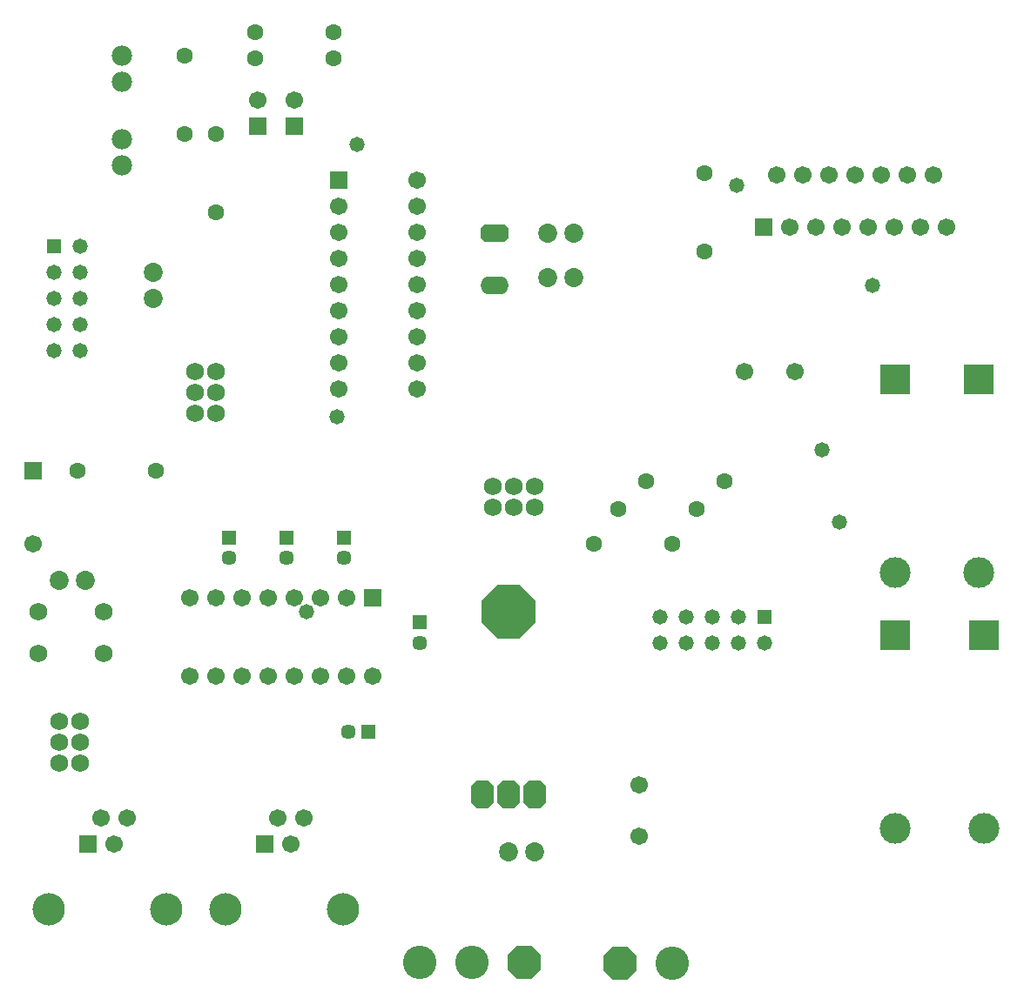
<source format=gbs>
%FSLAX23Y23*%
%MOIN*%
G70*
G01*
G75*
G04 Layer_Color=16711935*
%ADD10C,0.020*%
%ADD11C,0.047*%
%ADD12C,0.010*%
%ADD13C,0.059*%
%ADD14O,0.100X0.060*%
G04:AMPARAMS|DCode=15|XSize=100mil|YSize=60mil|CornerRadius=0mil|HoleSize=0mil|Usage=FLASHONLY|Rotation=0.000|XOffset=0mil|YOffset=0mil|HoleType=Round|Shape=Octagon|*
%AMOCTAGOND15*
4,1,8,0.050,-0.015,0.050,0.015,0.035,0.030,-0.035,0.030,-0.050,0.015,-0.050,-0.015,-0.035,-0.030,0.035,-0.030,0.050,-0.015,0.0*
%
%ADD15OCTAGOND15*%

%ADD16C,0.065*%
%ADD17R,0.059X0.059*%
%ADD18C,0.055*%
%ADD19R,0.059X0.059*%
%ADD20C,0.070*%
%ADD21C,0.049*%
%ADD22R,0.049X0.049*%
%ADD23C,0.060*%
%ADD24C,0.050*%
%ADD25R,0.050X0.050*%
G04:AMPARAMS|DCode=26|XSize=80mil|YSize=100mil|CornerRadius=0mil|HoleSize=0mil|Usage=FLASHONLY|Rotation=0.000|XOffset=0mil|YOffset=0mil|HoleType=Round|Shape=Octagon|*
%AMOCTAGOND26*
4,1,8,-0.020,0.050,0.020,0.050,0.040,0.030,0.040,-0.030,0.020,-0.050,-0.020,-0.050,-0.040,-0.030,-0.040,0.030,-0.020,0.050,0.0*
%
%ADD26OCTAGOND26*%

%ADD27P,0.213X8X22.5*%
%ADD28C,0.120*%
%ADD29P,0.130X8X202.5*%
%ADD30C,0.059*%
%ADD31C,0.116*%
%ADD32R,0.059X0.059*%
%ADD33R,0.049X0.049*%
%ADD34R,0.110X0.110*%
%ADD35C,0.110*%
%ADD36R,0.050X0.050*%
%ADD37R,0.070X0.040*%
%ADD38R,0.075X0.040*%
%ADD39R,0.040X0.070*%
%ADD40R,0.040X0.075*%
%ADD41C,0.010*%
%ADD42C,0.002*%
%ADD43C,0.006*%
%ADD44C,0.008*%
%ADD45C,0.024*%
%ADD46C,0.005*%
%ADD47C,0.012*%
%ADD48C,0.006*%
%ADD49C,0.008*%
%ADD50R,0.075X0.031*%
%ADD51R,0.220X0.031*%
%ADD52R,0.220X0.031*%
%ADD53C,0.067*%
%ADD54O,0.108X0.068*%
G04:AMPARAMS|DCode=55|XSize=108mil|YSize=68mil|CornerRadius=0mil|HoleSize=0mil|Usage=FLASHONLY|Rotation=0.000|XOffset=0mil|YOffset=0mil|HoleType=Round|Shape=Octagon|*
%AMOCTAGOND55*
4,1,8,0.054,-0.017,0.054,0.017,0.037,0.034,-0.037,0.034,-0.054,0.017,-0.054,-0.017,-0.037,-0.034,0.037,-0.034,0.054,-0.017,0.0*
%
%ADD55OCTAGOND55*%

%ADD56C,0.073*%
%ADD57R,0.067X0.067*%
%ADD58C,0.063*%
%ADD59R,0.067X0.067*%
%ADD60C,0.078*%
%ADD61C,0.057*%
%ADD62R,0.057X0.057*%
%ADD63C,0.068*%
%ADD64C,0.058*%
%ADD65R,0.058X0.058*%
G04:AMPARAMS|DCode=66|XSize=88mil|YSize=108mil|CornerRadius=0mil|HoleSize=0mil|Usage=FLASHONLY|Rotation=0.000|XOffset=0mil|YOffset=0mil|HoleType=Round|Shape=Octagon|*
%AMOCTAGOND66*
4,1,8,-0.022,0.054,0.022,0.054,0.044,0.032,0.044,-0.032,0.022,-0.054,-0.022,-0.054,-0.044,-0.032,-0.044,0.032,-0.022,0.054,0.0*
%
%ADD66OCTAGOND66*%

%ADD67P,0.222X8X22.5*%
%ADD68C,0.128*%
%ADD69P,0.139X8X202.5*%
%ADD70C,0.067*%
%ADD71C,0.124*%
%ADD72R,0.067X0.067*%
%ADD73R,0.057X0.057*%
%ADD74R,0.118X0.118*%
%ADD75C,0.118*%
%ADD76R,0.058X0.058*%
D53*
X4882Y5560D02*
D03*
X5078D02*
D03*
X3360Y4695D02*
D03*
X3260D02*
D03*
X3160D02*
D03*
X3060D02*
D03*
X2960D02*
D03*
X2860D02*
D03*
X2760D02*
D03*
X3460Y4395D02*
D03*
X3360D02*
D03*
X3260D02*
D03*
X3160D02*
D03*
X3060D02*
D03*
X2960D02*
D03*
X2860D02*
D03*
X2760D02*
D03*
X2160Y4900D02*
D03*
X5305Y6315D02*
D03*
X5355Y6115D02*
D03*
X5405Y6315D02*
D03*
X5455Y6115D02*
D03*
X5005Y6315D02*
D03*
X5055Y6115D02*
D03*
X5105Y6315D02*
D03*
X5155Y6115D02*
D03*
X5205Y6315D02*
D03*
X5255Y6115D02*
D03*
X5505Y6315D02*
D03*
X5555Y6115D02*
D03*
X5605Y6315D02*
D03*
X5655Y6115D02*
D03*
X4480Y3782D02*
D03*
Y3978D02*
D03*
X3020Y6600D02*
D03*
X3160D02*
D03*
X3330Y6195D02*
D03*
Y6095D02*
D03*
Y5995D02*
D03*
Y5895D02*
D03*
Y5795D02*
D03*
Y5695D02*
D03*
Y5595D02*
D03*
Y5495D02*
D03*
X3630Y6295D02*
D03*
Y6195D02*
D03*
Y6095D02*
D03*
Y5995D02*
D03*
Y5895D02*
D03*
Y5795D02*
D03*
Y5695D02*
D03*
Y5595D02*
D03*
Y5495D02*
D03*
D54*
X3925Y5892D02*
D03*
D55*
Y6092D02*
D03*
D56*
X3980Y3720D02*
D03*
X4080D02*
D03*
X4230Y6090D02*
D03*
X4130D02*
D03*
X2360Y4760D02*
D03*
X2260D02*
D03*
X2620Y5840D02*
D03*
Y5940D02*
D03*
X4230Y5922D02*
D03*
X4130D02*
D03*
D57*
X3460Y4695D02*
D03*
X2160Y5180D02*
D03*
X3020Y6500D02*
D03*
X3160D02*
D03*
D58*
X4730Y6020D02*
D03*
Y6320D02*
D03*
X2330Y5180D02*
D03*
X2630D02*
D03*
X2860Y6170D02*
D03*
Y6470D02*
D03*
X2740Y6770D02*
D03*
Y6470D02*
D03*
X3310Y6760D02*
D03*
X3010D02*
D03*
Y6860D02*
D03*
X3310D02*
D03*
X4305Y4900D02*
D03*
X4605D02*
D03*
X4400Y5035D02*
D03*
X4700D02*
D03*
X4505Y5140D02*
D03*
X4805D02*
D03*
D59*
X4955Y6115D02*
D03*
X3330Y6295D02*
D03*
D60*
X2500Y6450D02*
D03*
Y6350D02*
D03*
Y6770D02*
D03*
Y6670D02*
D03*
D61*
X3130Y4846D02*
D03*
X2910D02*
D03*
X3350D02*
D03*
X3640Y4521D02*
D03*
X3366Y4180D02*
D03*
D62*
X3130Y4924D02*
D03*
X2910D02*
D03*
X3350D02*
D03*
X3640Y4599D02*
D03*
D63*
X2260Y4140D02*
D03*
X2340D02*
D03*
Y4060D02*
D03*
X2260D02*
D03*
X2340Y4220D02*
D03*
X2260D02*
D03*
X2430Y4480D02*
D03*
X2180D02*
D03*
X2430Y4640D02*
D03*
X2180D02*
D03*
X4000Y5040D02*
D03*
Y5120D02*
D03*
X4080D02*
D03*
Y5040D02*
D03*
X3920Y5120D02*
D03*
Y5040D02*
D03*
X2780Y5480D02*
D03*
X2860D02*
D03*
Y5400D02*
D03*
X2780D02*
D03*
X2860Y5560D02*
D03*
X2780D02*
D03*
D64*
X4560Y4520D02*
D03*
X4660D02*
D03*
X4760D02*
D03*
X4860D02*
D03*
X4960D02*
D03*
X4560Y4620D02*
D03*
X4660D02*
D03*
X4760D02*
D03*
X4860D02*
D03*
X2340Y5640D02*
D03*
Y5740D02*
D03*
Y5840D02*
D03*
Y5940D02*
D03*
Y6040D02*
D03*
X2240Y5640D02*
D03*
Y5740D02*
D03*
Y5840D02*
D03*
Y5940D02*
D03*
X5180Y5262D02*
D03*
X5374Y5891D02*
D03*
X3205Y4640D02*
D03*
X3401Y6431D02*
D03*
X5248Y4985D02*
D03*
X3322Y5387D02*
D03*
X4852Y6275D02*
D03*
D65*
X4960Y4620D02*
D03*
D66*
X3880Y3940D02*
D03*
X3980D02*
D03*
X4080D02*
D03*
D67*
X3980Y4640D02*
D03*
D68*
X3641Y3296D02*
D03*
X3841D02*
D03*
X4605Y3295D02*
D03*
D69*
X4041Y3296D02*
D03*
X4405Y3295D02*
D03*
D70*
X2520Y3850D02*
D03*
X2420D02*
D03*
X2470Y3750D02*
D03*
X3195Y3852D02*
D03*
X3095D02*
D03*
X3145Y3752D02*
D03*
D71*
X2220Y3500D02*
D03*
X2670D02*
D03*
X2895Y3502D02*
D03*
X3345D02*
D03*
D72*
X2370Y3750D02*
D03*
X3045Y3752D02*
D03*
D73*
X3444Y4180D02*
D03*
D74*
X5800Y4551D02*
D03*
X5460D02*
D03*
X5780Y5531D02*
D03*
X5460D02*
D03*
D75*
X5800Y3809D02*
D03*
X5460D02*
D03*
X5780Y4789D02*
D03*
X5460D02*
D03*
D76*
X2240Y6040D02*
D03*
M02*

</source>
